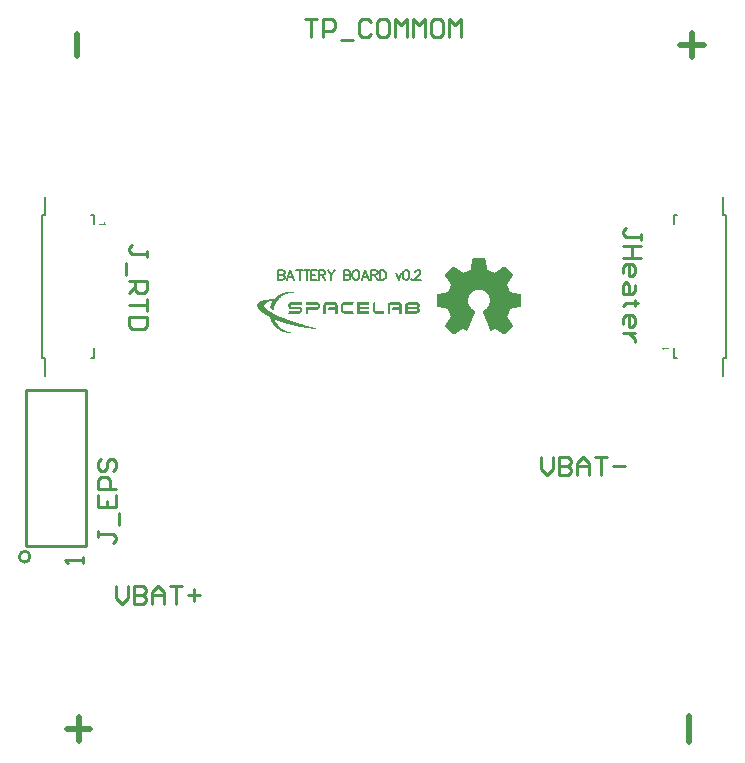
<source format=gto>
G04*
G04 #@! TF.GenerationSoftware,Altium Limited,Altium Designer,18.1.7 (191)*
G04*
G04 Layer_Color=65535*
%FSLAX25Y25*%
%MOIN*%
G70*
G01*
G75*
%ADD10C,0.01000*%
%ADD11C,0.00047*%
%ADD12C,0.00787*%
%ADD13C,0.02000*%
%ADD14C,0.00700*%
G36*
X94248Y173520D02*
X94858D01*
Y173432D01*
X95381D01*
X95381Y173345D01*
X95730Y173345D01*
Y173258D01*
X95381D01*
Y173345D01*
X94684D01*
Y173258D01*
X93987D01*
Y173171D01*
X93551D01*
Y173084D01*
X93202D01*
Y172997D01*
X92941D01*
X92941Y172909D01*
X92767D01*
X92767Y172822D01*
X92505Y172822D01*
Y172735D01*
X92331Y172735D01*
Y172648D01*
X92156Y172648D01*
Y172561D01*
X91982D01*
Y172474D01*
X91808D01*
Y172386D01*
X91633D01*
Y172299D01*
X91546Y172299D01*
Y172212D01*
X91372D01*
Y172125D01*
X91285D01*
Y172038D01*
X91110D01*
Y171951D01*
X91023D01*
Y171863D01*
X90936D01*
X90936Y171776D01*
X90849D01*
Y171689D01*
X90762D01*
Y171602D01*
X90588Y171602D01*
X90588Y171515D01*
X90500D01*
X90500Y171428D01*
X90413D01*
Y171341D01*
X90326Y171341D01*
Y171253D01*
X90239D01*
Y171166D01*
X90152D01*
Y171079D01*
Y170992D01*
X90065Y170992D01*
Y170905D01*
X89977D01*
X89977Y170817D01*
X89890D01*
Y170730D01*
X89803D01*
Y170643D01*
X89716Y170643D01*
Y170556D01*
Y170469D01*
X89629D01*
Y170382D01*
X89542D01*
X89542Y170294D01*
X89542Y170207D01*
X89454D01*
Y170120D01*
X89367D01*
Y170033D01*
Y169946D01*
X89280D01*
Y169859D01*
Y169772D01*
X89193D01*
Y169684D01*
Y169597D01*
X89106Y169597D01*
Y169510D01*
Y169423D01*
X89019Y169423D01*
Y169336D01*
Y169249D01*
X88931D01*
Y169161D01*
Y169074D01*
Y168987D01*
X88844D01*
Y168900D01*
Y168813D01*
X88757D01*
Y168726D01*
Y168638D01*
Y168551D01*
X88670D01*
Y168464D01*
Y168377D01*
Y168290D01*
Y168203D01*
X88670Y168115D01*
X88583Y168115D01*
Y168028D01*
Y167941D01*
Y167854D01*
Y167767D01*
X88496D01*
Y167680D01*
Y167593D01*
X88496Y167505D01*
X88496Y167418D01*
X88408D01*
Y167505D01*
X88234D01*
Y167593D01*
X88147Y167593D01*
Y167680D01*
X87973D01*
Y167767D01*
X87798D01*
X87798Y167854D01*
X87711D01*
Y167941D01*
X87537Y167941D01*
Y168028D01*
X87450Y168028D01*
Y168115D01*
X87275Y168115D01*
X87275Y168203D01*
X87188D01*
Y168290D01*
Y168377D01*
X87275D01*
Y168464D01*
Y168551D01*
Y168638D01*
Y168726D01*
X87362D01*
Y168813D01*
Y168900D01*
Y168987D01*
X87450D01*
Y169074D01*
Y169161D01*
Y169249D01*
X87537D01*
Y169336D01*
Y169423D01*
X87624D01*
X87624Y169510D01*
X87624Y169597D01*
X87711Y169597D01*
Y169684D01*
Y169772D01*
Y169859D01*
X87798D01*
Y169946D01*
X87885D01*
Y170033D01*
Y170120D01*
X87973Y170120D01*
Y170207D01*
Y170294D01*
X88060Y170294D01*
Y170382D01*
Y170469D01*
X88234Y170469D01*
Y170556D01*
Y170643D01*
X87624D01*
Y170556D01*
X87362D01*
Y170469D01*
X87101D01*
Y170382D01*
X86839D01*
X86839Y170294D01*
X86665Y170294D01*
Y170207D01*
X86491D01*
X86491Y170120D01*
X86317D01*
Y170033D01*
X86229D01*
X86229Y169946D01*
X86142D01*
X86142Y169859D01*
X85968D01*
Y169772D01*
X85881D01*
Y169684D01*
X85794D01*
Y169597D01*
X85706D01*
Y169510D01*
Y169423D01*
X85619D01*
X85619Y169336D01*
X85532D01*
Y169249D01*
Y169161D01*
X85445D01*
Y169074D01*
Y168987D01*
Y168900D01*
Y168813D01*
Y168726D01*
Y168638D01*
X85532D01*
Y168551D01*
Y168464D01*
X85619D01*
Y168377D01*
X85706Y168377D01*
Y168290D01*
Y168203D01*
X85794D01*
X85794Y168115D01*
X85881D01*
Y168028D01*
X85968D01*
Y167941D01*
X86055D01*
Y167854D01*
X86142D01*
X86142Y167767D01*
X86229D01*
Y167680D01*
X86317D01*
X86317Y167593D01*
X86491D01*
Y167505D01*
X86578D01*
Y167418D01*
X86665Y167418D01*
Y167331D01*
X86839D01*
Y167244D01*
X86927D01*
Y167157D01*
X87014D01*
X87014Y167069D01*
X87188D01*
Y166982D01*
X87362D01*
Y166895D01*
X87450Y166895D01*
Y166808D01*
X87624D01*
Y166721D01*
X87798D01*
Y166634D01*
X87885D01*
Y166546D01*
X88060D01*
Y166459D01*
X88234D01*
Y166372D01*
X88408D01*
Y166285D01*
X88583D01*
Y166198D01*
X88757D01*
Y166111D01*
X88931Y166111D01*
Y166024D01*
X89106D01*
Y165936D01*
X89280D01*
Y165849D01*
X89454D01*
Y165762D01*
X89629Y165762D01*
Y165675D01*
X89890D01*
Y165588D01*
X90065D01*
X90065Y165501D01*
X90239D01*
Y165413D01*
X90413D01*
Y165326D01*
X90675D01*
Y165239D01*
X90849D01*
Y165152D01*
X91023D01*
X91023Y165065D01*
X91285D01*
Y164978D01*
X91546D01*
Y164890D01*
X91721D01*
Y164803D01*
X91982D01*
Y164716D01*
X92156D01*
Y164629D01*
X92418D01*
Y164542D01*
X92679D01*
Y164455D01*
X92854D01*
X92854Y164367D01*
X93115Y164367D01*
X93115Y164280D01*
X93377D01*
Y164193D01*
X93638D01*
Y164106D01*
X93900D01*
Y164019D01*
X94074D01*
Y163932D01*
X94423D01*
X94423Y163845D01*
X94597D01*
X94597Y163757D01*
X94858D01*
Y163670D01*
X95207Y163670D01*
Y163583D01*
X95381D01*
X95381Y163496D01*
X95730D01*
X95730Y163409D01*
X95992D01*
Y163321D01*
X96253D01*
Y163234D01*
X96515D01*
Y163147D01*
X96776Y163147D01*
Y163060D01*
X97038Y163060D01*
Y162973D01*
X97299D01*
Y162886D01*
X97648D01*
Y162799D01*
X97909D01*
Y162711D01*
X98171D01*
Y162624D01*
X98519Y162624D01*
Y162537D01*
X98781D01*
Y162450D01*
X99042D01*
Y162363D01*
X99391D01*
Y162276D01*
X99652D01*
Y162188D01*
X99914D01*
X99914Y162101D01*
X100263D01*
Y162014D01*
X100524D01*
Y161927D01*
X100873D01*
Y161840D01*
X101134D01*
Y161753D01*
X101483D01*
X101483Y161665D01*
X101744D01*
Y161578D01*
X102093D01*
Y161491D01*
X102442D01*
Y161404D01*
X102703D01*
X102703Y161317D01*
X103052Y161317D01*
Y161230D01*
X103313D01*
Y161142D01*
X103662Y161143D01*
Y161055D01*
X103226D01*
Y161143D01*
X102355Y161142D01*
Y161230D01*
X101570D01*
Y161317D01*
X100786Y161317D01*
Y161404D01*
X100263D01*
Y161491D01*
X99652D01*
Y161578D01*
X99042D01*
Y161665D01*
X98606D01*
Y161753D01*
X97996D01*
Y161840D01*
X97561D01*
Y161927D01*
X97125Y161927D01*
Y162014D01*
X96602D01*
Y162101D01*
X96253D01*
Y162188D01*
X95817D01*
Y162276D01*
X95469D01*
Y162363D01*
X95120D01*
X95120Y162450D01*
X94684Y162450D01*
X94684Y162537D01*
X94423D01*
Y162624D01*
X94074D01*
Y162711D01*
X93725D01*
Y162799D01*
X93377D01*
Y162886D01*
X93028D01*
Y162973D01*
X92767D01*
X92767Y163060D01*
X92505Y163060D01*
Y163147D01*
X92244D01*
X92244Y163234D01*
X91895D01*
Y163321D01*
X91633D01*
Y163409D01*
X91372D01*
Y163496D01*
X91110Y163496D01*
Y163583D01*
X90849D01*
Y163670D01*
X90588Y163670D01*
Y163757D01*
X90326D01*
Y163845D01*
X90152Y163845D01*
Y163932D01*
X89890D01*
Y164019D01*
X89716D01*
Y164106D01*
X89454Y164106D01*
Y164193D01*
X89280D01*
Y164280D01*
X89019D01*
Y164367D01*
X88931Y164367D01*
Y164280D01*
Y164193D01*
Y164106D01*
X89019D01*
X89019Y164019D01*
X89019Y163932D01*
X89106Y163932D01*
Y163845D01*
Y163757D01*
Y163670D01*
X89193Y163670D01*
Y163583D01*
X89280D01*
Y163496D01*
Y163409D01*
X89367D01*
X89367Y163321D01*
Y163234D01*
X89454D01*
Y163147D01*
Y163060D01*
X89542D01*
Y162973D01*
X89629Y162973D01*
Y162886D01*
Y162799D01*
X89716D01*
Y162711D01*
X89803D01*
Y162624D01*
X89890Y162624D01*
Y162537D01*
X89890Y162450D01*
X89977D01*
Y162363D01*
X90065D01*
Y162276D01*
X90152D01*
Y162188D01*
X90239D01*
Y162101D01*
X90326Y162101D01*
Y162014D01*
X90413D01*
Y161927D01*
X90500D01*
Y161840D01*
X90588Y161840D01*
X90588Y161753D01*
X90675D01*
Y161665D01*
X90762D01*
Y161578D01*
X90849D01*
X90849Y161491D01*
X91023D01*
Y161404D01*
X91110D01*
Y161317D01*
X91198Y161317D01*
X91198Y161230D01*
X91372D01*
Y161142D01*
X91459Y161143D01*
Y161055D01*
X91633D01*
Y160968D01*
X91721Y160968D01*
Y160881D01*
X91895D01*
Y160794D01*
X92069D01*
Y160707D01*
X92244D01*
X92244Y160619D01*
X92418D01*
Y160532D01*
X92679Y160532D01*
Y160445D01*
X92854D01*
Y160358D01*
X93115Y160358D01*
X93115Y160271D01*
X93377D01*
Y160184D01*
X93813Y160184D01*
Y160097D01*
X94336D01*
Y160009D01*
X94597D01*
Y159922D01*
X93202D01*
Y160009D01*
X92505D01*
Y160097D01*
X92156D01*
Y160184D01*
X91808Y160184D01*
Y160271D01*
X91633D01*
Y160358D01*
X91372D01*
X91372Y160445D01*
X91110D01*
Y160532D01*
X90936Y160532D01*
X90936Y160619D01*
X90762D01*
Y160707D01*
X90588D01*
Y160794D01*
X90413Y160794D01*
Y160881D01*
X90326Y160881D01*
Y160968D01*
X90152D01*
Y161055D01*
X90065D01*
X90065Y161142D01*
X89890D01*
Y161230D01*
X89803D01*
Y161317D01*
X89629D01*
Y161404D01*
X89542D01*
Y161491D01*
X89454D01*
Y161578D01*
X89367D01*
X89367Y161665D01*
X89280Y161665D01*
Y161753D01*
X89193D01*
Y161840D01*
X89019D01*
Y161927D01*
X88931D01*
Y162014D01*
Y162101D01*
X88844D01*
Y162188D01*
X88757D01*
Y162276D01*
X88670Y162276D01*
Y162363D01*
X88583Y162363D01*
Y162450D01*
X88496D01*
Y162537D01*
X88408Y162537D01*
Y162624D01*
Y162711D01*
X88321D01*
Y162799D01*
X88234D01*
Y162886D01*
X88147Y162886D01*
Y162973D01*
Y163060D01*
X88060Y163060D01*
X88060Y163147D01*
Y163234D01*
X87973D01*
Y163321D01*
X87885D01*
X87885Y163409D01*
Y163496D01*
X87798D01*
X87798Y163583D01*
Y163670D01*
X87711D01*
Y163757D01*
Y163845D01*
X87624Y163845D01*
Y163932D01*
X87624Y164019D01*
X87537D01*
X87537Y164106D01*
Y164193D01*
Y164280D01*
X87450D01*
Y164367D01*
Y164455D01*
Y164542D01*
X87362D01*
Y164629D01*
Y164716D01*
X87275Y164716D01*
Y164803D01*
X87275Y164890D01*
X87275Y164978D01*
Y165065D01*
X87188D01*
Y165152D01*
Y165239D01*
X87014Y165239D01*
Y165326D01*
X86839D01*
X86839Y165413D01*
X86665D01*
Y165501D01*
X86491D01*
X86491Y165588D01*
X86404D01*
Y165675D01*
X86229D01*
X86229Y165762D01*
X86055D01*
Y165849D01*
X85881D01*
X85881Y165936D01*
X85794D01*
Y166024D01*
X85619D01*
Y166111D01*
X85532D01*
Y166198D01*
X85358D01*
Y166285D01*
X85183D01*
Y166372D01*
X85096Y166372D01*
Y166459D01*
X84922Y166459D01*
Y166546D01*
X84835D01*
Y166634D01*
X84748D01*
Y166721D01*
X84573D01*
Y166808D01*
X84486D01*
Y166895D01*
X84399D01*
Y166982D01*
X84312D01*
Y167069D01*
X84137D01*
Y167157D01*
X84050D01*
Y167244D01*
X83963D01*
X83963Y167331D01*
X83876D01*
Y167418D01*
X83789D01*
Y167505D01*
X83702D01*
Y167593D01*
X83614D01*
Y167680D01*
X83527Y167680D01*
Y167767D01*
Y167854D01*
X83440D01*
Y167941D01*
X83353Y167941D01*
Y168028D01*
X83266D01*
Y168115D01*
Y168203D01*
X83179D01*
X83179Y168290D01*
Y168377D01*
X83091Y168377D01*
Y168464D01*
X83091Y168551D01*
X83004D01*
Y168638D01*
Y168726D01*
X83004Y168813D01*
X83004Y168900D01*
X82917D01*
Y168987D01*
Y169074D01*
Y169161D01*
X83004D01*
Y169249D01*
Y169336D01*
Y169423D01*
X83091D01*
X83091Y169510D01*
Y169597D01*
X83179D01*
X83179Y169684D01*
X83179Y169772D01*
X83266Y169772D01*
Y169859D01*
X83353D01*
Y169946D01*
X83440D01*
X83440Y170033D01*
X83614D01*
Y170120D01*
X83702D01*
Y170207D01*
X83876D01*
Y170294D01*
X84050Y170294D01*
Y170382D01*
X84225D01*
Y170469D01*
X84399Y170469D01*
Y170556D01*
X84660D01*
Y170643D01*
X85009D01*
Y170730D01*
X85271D01*
Y170817D01*
X85706D01*
X85706Y170905D01*
X86142D01*
Y170992D01*
X86839D01*
Y171079D01*
X87973D01*
Y171166D01*
X88670D01*
Y171253D01*
X88757D01*
Y171341D01*
X88844D01*
Y171428D01*
X88931D01*
Y171515D01*
X89019D01*
X89019Y171602D01*
X89106Y171602D01*
Y171689D01*
X89193D01*
Y171776D01*
X89280D01*
Y171863D01*
X89367D01*
X89367Y171951D01*
X89454D01*
Y172038D01*
X89629Y172038D01*
Y172125D01*
X89716D01*
Y172212D01*
X89803D01*
Y172299D01*
X89977Y172299D01*
X89977Y172386D01*
X90065D01*
Y172474D01*
X90239D01*
X90239Y172561D01*
X90326D01*
Y172648D01*
X90500Y172648D01*
Y172735D01*
X90675D01*
Y172822D01*
X90849Y172822D01*
Y172909D01*
X91023D01*
Y172997D01*
X91198D01*
X91198Y173084D01*
X91459D01*
Y173171D01*
X91721Y173171D01*
Y173258D01*
X91982D01*
Y173345D01*
X92331D01*
Y173432D01*
X92854D01*
Y173520D01*
X93464D01*
Y173607D01*
X94248D01*
X94248Y173520D01*
D02*
G37*
G36*
X97996Y170033D02*
X97909D01*
Y169946D01*
X97909Y169859D01*
X97909Y169772D01*
Y169684D01*
X97822D01*
Y169597D01*
Y169510D01*
Y169423D01*
Y169336D01*
X94336D01*
Y169249D01*
X94248D01*
Y169161D01*
X94161D01*
Y169074D01*
Y168987D01*
Y168900D01*
Y168813D01*
Y168726D01*
X94248D01*
Y168638D01*
X97125D01*
X97125Y168551D01*
X97386D01*
Y168464D01*
X97561D01*
Y168377D01*
X97648D01*
Y168290D01*
X97735D01*
Y168203D01*
X97735Y168115D01*
X97822D01*
Y168028D01*
X97909D01*
Y167941D01*
Y167854D01*
Y167767D01*
Y167680D01*
Y167593D01*
X97996D01*
Y167505D01*
Y167418D01*
Y167331D01*
X97909D01*
X97909Y167244D01*
Y167157D01*
Y167069D01*
Y166982D01*
X97909Y166895D01*
X97822D01*
Y166808D01*
X97735D01*
X97735Y166721D01*
X97735Y166634D01*
X97648D01*
Y166546D01*
X97561D01*
Y166459D01*
X97386D01*
Y166372D01*
X97125Y166372D01*
X97125Y166285D01*
X93377D01*
X93377Y166372D01*
X93377Y166459D01*
Y166546D01*
Y166634D01*
X93464D01*
Y166721D01*
Y166808D01*
Y166895D01*
X93464Y166982D01*
X93551D01*
Y167069D01*
X96950Y167069D01*
Y167157D01*
X97125D01*
Y167244D01*
Y167331D01*
Y167418D01*
X97125Y167505D01*
X97125Y167593D01*
Y167680D01*
Y167767D01*
X94248D01*
Y167854D01*
X93987D01*
Y167941D01*
X93813D01*
Y168028D01*
X93725D01*
Y168115D01*
X93638D01*
Y168203D01*
X93551D01*
Y168290D01*
Y168377D01*
X93464D01*
Y168464D01*
Y168551D01*
X93377D01*
Y168638D01*
Y168726D01*
Y168813D01*
Y168900D01*
Y168987D01*
Y169074D01*
Y169161D01*
X93377Y169249D01*
X93377Y169336D01*
Y169423D01*
X93464D01*
Y169510D01*
Y169597D01*
X93551D01*
Y169684D01*
Y169772D01*
X93638D01*
Y169859D01*
X93725D01*
Y169946D01*
X93900Y169946D01*
Y170033D01*
X94074D01*
Y170120D01*
X97996D01*
Y170033D01*
D02*
G37*
G36*
X109153D02*
X109327Y170033D01*
Y169946D01*
X109415D01*
X109415Y169859D01*
X109502Y169859D01*
Y169772D01*
X109589Y169772D01*
Y169684D01*
X109676D01*
Y169597D01*
Y169510D01*
X109763D01*
Y169423D01*
Y169336D01*
Y169249D01*
Y169161D01*
X109851D01*
Y169074D01*
Y168987D01*
Y168900D01*
X109851Y168813D01*
X109851Y168726D01*
Y168638D01*
Y168551D01*
Y168464D01*
Y168377D01*
Y168290D01*
Y168203D01*
Y168115D01*
Y168028D01*
Y167941D01*
Y167854D01*
X109851Y167767D01*
X109851Y167680D01*
Y167593D01*
Y167505D01*
Y167418D01*
Y167331D01*
Y167244D01*
Y167157D01*
X109851Y167069D01*
X109851Y166982D01*
Y166895D01*
Y166808D01*
Y166721D01*
Y166634D01*
Y166546D01*
Y166459D01*
Y166372D01*
Y166285D01*
X108979Y166285D01*
X108979Y166372D01*
Y166459D01*
Y166546D01*
Y166634D01*
Y166721D01*
Y166808D01*
Y166895D01*
Y166982D01*
Y167069D01*
Y167157D01*
Y167244D01*
Y167331D01*
Y167418D01*
Y167505D01*
X106451D01*
Y167593D01*
Y167680D01*
X106538D01*
X106538Y167767D01*
X106538Y167854D01*
Y167941D01*
Y168028D01*
X106625D01*
Y168115D01*
Y168203D01*
X106713D01*
X106713Y168290D01*
X106887D01*
Y168377D01*
X108979D01*
Y168464D01*
Y168551D01*
Y168638D01*
Y168726D01*
Y168813D01*
Y168900D01*
Y168987D01*
Y169074D01*
Y169161D01*
Y169249D01*
X108892D01*
Y169336D01*
X106015D01*
Y169249D01*
X105928D01*
Y169161D01*
Y169074D01*
Y168987D01*
X105841D01*
Y168900D01*
Y168813D01*
Y168726D01*
Y168638D01*
Y168551D01*
Y168464D01*
Y168377D01*
Y168290D01*
Y168203D01*
Y168115D01*
Y168028D01*
Y167941D01*
Y167854D01*
Y167767D01*
Y167680D01*
Y167593D01*
Y167505D01*
Y167418D01*
Y167331D01*
Y167244D01*
Y167157D01*
Y167069D01*
Y166982D01*
Y166895D01*
Y166808D01*
Y166721D01*
Y166634D01*
Y166546D01*
Y166459D01*
Y166372D01*
X105928Y166372D01*
Y166285D01*
X105057D01*
X105057Y166372D01*
Y166459D01*
Y166546D01*
Y166634D01*
Y166721D01*
X105057Y166808D01*
X105057Y166895D01*
X105057Y166982D01*
X105057Y167069D01*
Y167157D01*
Y167244D01*
X105057Y167331D01*
X105057Y167418D01*
X105057Y167505D01*
X105057Y167593D01*
Y167680D01*
Y167767D01*
Y167854D01*
Y167941D01*
Y168028D01*
Y168115D01*
Y168203D01*
Y168290D01*
Y168377D01*
Y168464D01*
X105057Y168551D01*
X105057Y168638D01*
Y168726D01*
X105057Y168813D01*
X105057Y168900D01*
Y168987D01*
Y169074D01*
X105057Y169161D01*
X105057Y169249D01*
X105144D01*
Y169336D01*
Y169423D01*
Y169510D01*
X105231Y169510D01*
Y169597D01*
Y169684D01*
X105318D01*
Y169772D01*
X105405D01*
Y169859D01*
X105492Y169859D01*
Y169946D01*
X105579Y169946D01*
Y170033D01*
X105754D01*
X105754Y170120D01*
X109153D01*
Y170033D01*
D02*
G37*
G36*
X103226D02*
X103400D01*
Y169946D01*
X103488D01*
Y169859D01*
X103575D01*
Y169772D01*
X103662Y169772D01*
Y169684D01*
X103749D01*
Y169597D01*
X103836D01*
Y169510D01*
Y169423D01*
Y169336D01*
X103923D01*
Y169249D01*
Y169161D01*
Y169074D01*
Y168987D01*
X104011D01*
Y168900D01*
X103923D01*
Y168813D01*
X104011D01*
Y168726D01*
X103923D01*
Y168638D01*
Y168551D01*
Y168464D01*
Y168377D01*
X103836D01*
Y168290D01*
Y168203D01*
Y168115D01*
X103749D01*
Y168028D01*
X103662D01*
Y167941D01*
Y167854D01*
X103575D01*
Y167767D01*
X103400Y167767D01*
Y167680D01*
X103226Y167680D01*
X103226Y167593D01*
X99914D01*
Y167505D01*
Y167418D01*
Y167331D01*
X99914Y167244D01*
X99914Y167157D01*
Y167069D01*
Y166982D01*
Y166895D01*
Y166808D01*
Y166721D01*
Y166634D01*
X99914Y166546D01*
X99914Y166459D01*
Y166372D01*
Y166285D01*
X99129D01*
Y166372D01*
Y166459D01*
Y166546D01*
Y166634D01*
Y166721D01*
Y166808D01*
Y166895D01*
Y166982D01*
Y167069D01*
Y167157D01*
X99129Y167244D01*
X99129Y167331D01*
Y167418D01*
Y167505D01*
Y167593D01*
Y167680D01*
Y167767D01*
Y167854D01*
Y167941D01*
Y168028D01*
Y168115D01*
Y168203D01*
X99217D01*
Y168290D01*
X99391Y168290D01*
Y168377D01*
X102965Y168377D01*
Y168464D01*
X103052D01*
X103052Y168551D01*
X103139D01*
Y168638D01*
Y168726D01*
Y168813D01*
Y168900D01*
Y168987D01*
Y169074D01*
Y169161D01*
X103052D01*
Y169249D01*
X102965Y169249D01*
Y169336D01*
X99129D01*
Y169423D01*
Y169510D01*
Y169597D01*
Y169684D01*
Y169772D01*
Y169859D01*
Y169946D01*
Y170033D01*
Y170120D01*
X103226D01*
X103226Y170033D01*
D02*
G37*
G36*
X115167D02*
Y169946D01*
Y169859D01*
X115080D01*
Y169772D01*
Y169684D01*
Y169597D01*
Y169510D01*
Y169423D01*
Y169336D01*
X112030D01*
X112030Y169249D01*
X111855D01*
Y169161D01*
X111768D01*
X111768Y169074D01*
Y168987D01*
Y168900D01*
X111768Y168813D01*
Y168726D01*
Y168638D01*
Y168551D01*
Y168464D01*
Y168377D01*
Y168290D01*
X111768Y168203D01*
X111768Y168115D01*
Y168028D01*
Y167941D01*
Y167854D01*
Y167767D01*
X111768Y167680D01*
X111768Y167593D01*
Y167505D01*
Y167418D01*
Y167331D01*
X111768Y167244D01*
X111855D01*
Y167157D01*
X112030D01*
Y167069D01*
X115080Y167069D01*
Y166982D01*
Y166895D01*
Y166808D01*
Y166721D01*
Y166634D01*
Y166546D01*
X115167D01*
Y166459D01*
Y166372D01*
X115167Y166285D01*
X111855D01*
X111855Y166372D01*
X111594D01*
Y166459D01*
X111419D01*
Y166546D01*
X111332Y166546D01*
Y166634D01*
X111245D01*
Y166721D01*
X111158D01*
Y166808D01*
Y166895D01*
X111071Y166895D01*
Y166982D01*
Y167069D01*
X110984D01*
Y167157D01*
Y167244D01*
Y167331D01*
Y167418D01*
Y167505D01*
Y167593D01*
Y167680D01*
Y167767D01*
Y167854D01*
X110984Y167941D01*
Y168028D01*
X110984Y168115D01*
Y168203D01*
Y168290D01*
Y168377D01*
Y168464D01*
Y168551D01*
Y168638D01*
Y168726D01*
Y168813D01*
Y168900D01*
Y168987D01*
Y169074D01*
Y169161D01*
Y169249D01*
Y169336D01*
Y169423D01*
X111071Y169423D01*
Y169510D01*
Y169597D01*
X111158D01*
Y169684D01*
X111245D01*
Y169772D01*
X111332D01*
Y169859D01*
X111419D01*
Y169946D01*
X111594D01*
Y170033D01*
X111768D01*
Y170120D01*
X115167D01*
Y170033D01*
D02*
G37*
G36*
X120397D02*
Y169946D01*
Y169859D01*
X120310D01*
Y169772D01*
Y169684D01*
Y169597D01*
Y169510D01*
Y169423D01*
Y169336D01*
X117172D01*
Y169249D01*
Y169161D01*
Y169074D01*
X117172Y168987D01*
Y168900D01*
X117172Y168813D01*
Y168726D01*
Y168638D01*
X120223D01*
X120223Y168551D01*
X120223Y168464D01*
X120223Y168377D01*
Y168290D01*
X120223Y168203D01*
Y168115D01*
Y168028D01*
Y167941D01*
Y167854D01*
Y167767D01*
X117172D01*
Y167680D01*
Y167593D01*
Y167505D01*
Y167418D01*
Y167331D01*
Y167244D01*
X117172Y167157D01*
X117172Y167069D01*
X120310D01*
Y166982D01*
Y166895D01*
Y166808D01*
Y166721D01*
Y166634D01*
Y166546D01*
X120397Y166546D01*
Y166459D01*
Y166372D01*
Y166285D01*
X116300D01*
Y166372D01*
Y166459D01*
Y166546D01*
Y166634D01*
Y166721D01*
Y166808D01*
X116300Y166895D01*
X116300Y166982D01*
Y167069D01*
Y167157D01*
Y167244D01*
X116300Y167331D01*
X116300Y167418D01*
Y167505D01*
Y167593D01*
Y167680D01*
Y167767D01*
Y167854D01*
Y167941D01*
Y168028D01*
Y168115D01*
Y168203D01*
Y168290D01*
Y168377D01*
Y168464D01*
Y168551D01*
Y168638D01*
Y168726D01*
Y168813D01*
Y168900D01*
Y168987D01*
Y169074D01*
X116300Y169161D01*
X116300Y169249D01*
Y169336D01*
X116300Y169423D01*
X116300Y169510D01*
Y169597D01*
Y169684D01*
Y169772D01*
X116300Y169859D01*
X116300Y169946D01*
Y170033D01*
Y170120D01*
X120397Y170120D01*
Y170033D01*
D02*
G37*
G36*
X122402Y170033D02*
Y169946D01*
Y169859D01*
Y169772D01*
Y169684D01*
Y169597D01*
Y169510D01*
Y169423D01*
Y169336D01*
Y169249D01*
Y169161D01*
Y169074D01*
Y168987D01*
Y168900D01*
X122402Y168813D01*
X122402Y168726D01*
Y168638D01*
X122402Y168551D01*
X122402Y168464D01*
Y168377D01*
Y168290D01*
Y168203D01*
Y168115D01*
Y168028D01*
Y167941D01*
Y167854D01*
Y167767D01*
Y167680D01*
Y167593D01*
X122402Y167505D01*
X122402Y167418D01*
Y167331D01*
Y167244D01*
X122489D01*
Y167157D01*
X122663D01*
Y167069D01*
X125278D01*
Y166982D01*
X125278Y166895D01*
X125278Y166808D01*
Y166721D01*
Y166634D01*
X125365D01*
Y166546D01*
Y166459D01*
Y166372D01*
Y166285D01*
X122315D01*
X122315Y166372D01*
X122053D01*
Y166459D01*
X121966D01*
X121966Y166546D01*
X121879Y166546D01*
Y166634D01*
X121792D01*
Y166721D01*
X121705D01*
Y166808D01*
X121705Y166895D01*
X121617D01*
Y166982D01*
X121617Y167069D01*
X121617Y167157D01*
X121530D01*
X121530Y167244D01*
X121530Y167331D01*
Y167418D01*
Y167505D01*
Y167593D01*
X121530Y167680D01*
X121530Y167767D01*
Y167854D01*
Y167941D01*
Y168028D01*
Y168115D01*
Y168203D01*
Y168290D01*
Y168377D01*
Y168464D01*
Y168551D01*
Y168638D01*
Y168726D01*
Y168813D01*
Y168900D01*
Y168987D01*
X121530Y169074D01*
X121530Y169161D01*
Y169249D01*
Y169336D01*
Y169423D01*
X121617D01*
Y169510D01*
X121617Y169597D01*
X121617Y169684D01*
X121705D01*
Y169772D01*
Y169859D01*
X121792D01*
Y169946D01*
X121966D01*
X121966Y170033D01*
X122053D01*
Y170120D01*
X122402Y170120D01*
Y170033D01*
D02*
G37*
G36*
X130595Y170033D02*
X130770D01*
Y169946D01*
X130857D01*
Y169859D01*
X130944D01*
Y169772D01*
X131031D01*
Y169684D01*
X131118D01*
Y169597D01*
Y169510D01*
X131205D01*
X131205Y169423D01*
Y169336D01*
X131205Y169249D01*
X131292D01*
X131292Y169161D01*
X131292Y169074D01*
Y168987D01*
Y168900D01*
Y168813D01*
Y168726D01*
Y168638D01*
Y168551D01*
Y168464D01*
X131292Y168377D01*
Y168290D01*
X131292Y168203D01*
Y168115D01*
Y168028D01*
Y167941D01*
Y167854D01*
Y167767D01*
Y167680D01*
X131292Y167593D01*
X131292Y167505D01*
Y167418D01*
Y167331D01*
Y167244D01*
Y167157D01*
Y167069D01*
Y166982D01*
Y166895D01*
Y166808D01*
Y166721D01*
Y166634D01*
Y166546D01*
X131292Y166459D01*
X131292Y166372D01*
Y166285D01*
X130421D01*
Y166372D01*
Y166459D01*
Y166546D01*
Y166634D01*
Y166721D01*
Y166808D01*
Y166895D01*
Y166982D01*
Y167069D01*
Y167157D01*
Y167244D01*
Y167331D01*
Y167418D01*
Y167505D01*
X127893D01*
Y167593D01*
Y167680D01*
Y167767D01*
X127980D01*
X127980Y167854D01*
X127980Y167941D01*
Y168028D01*
X128068D01*
Y168115D01*
Y168203D01*
X128155D01*
Y168290D01*
X128329D01*
Y168377D01*
X130421D01*
Y168464D01*
Y168551D01*
Y168638D01*
Y168726D01*
Y168813D01*
Y168900D01*
Y168987D01*
Y169074D01*
Y169161D01*
Y169249D01*
X130334D01*
Y169336D01*
X127457D01*
Y169249D01*
X127370D01*
Y169161D01*
Y169074D01*
Y168987D01*
Y168900D01*
X127370Y168813D01*
X127370Y168726D01*
Y168638D01*
Y168551D01*
Y168464D01*
Y168377D01*
Y168290D01*
Y168203D01*
Y168115D01*
Y168028D01*
Y167941D01*
Y167854D01*
Y167767D01*
Y167680D01*
Y167593D01*
Y167505D01*
Y167418D01*
Y167331D01*
Y167244D01*
Y167157D01*
Y167069D01*
X127370Y166982D01*
X127370Y166895D01*
Y166808D01*
Y166721D01*
Y166634D01*
Y166546D01*
Y166459D01*
Y166372D01*
X127370Y166285D01*
X126498D01*
Y166372D01*
Y166459D01*
Y166546D01*
X126498Y166634D01*
X126498Y166721D01*
Y166808D01*
Y166895D01*
Y166982D01*
Y167069D01*
Y167157D01*
Y167244D01*
Y167331D01*
Y167418D01*
Y167505D01*
Y167593D01*
Y167680D01*
Y167767D01*
X126498Y167854D01*
X126498Y167941D01*
Y168028D01*
Y168115D01*
Y168203D01*
Y168290D01*
Y168377D01*
X126498Y168464D01*
X126498Y168551D01*
Y168638D01*
Y168726D01*
Y168813D01*
Y168900D01*
Y168987D01*
Y169074D01*
Y169161D01*
Y169249D01*
X126586Y169249D01*
Y169336D01*
Y169423D01*
Y169510D01*
X126673D01*
Y169597D01*
Y169684D01*
X126760D01*
Y169772D01*
X126847D01*
X126847Y169859D01*
X126934D01*
X126934Y169946D01*
X127022D01*
Y170033D01*
X127196D01*
Y170120D01*
X130595D01*
Y170033D01*
D02*
G37*
G36*
X136522D02*
X136697D01*
Y169946D01*
X136871Y169946D01*
Y169859D01*
X136958D01*
Y169772D01*
Y169684D01*
X137045D01*
Y169597D01*
X137132Y169597D01*
Y169510D01*
Y169423D01*
Y169336D01*
Y169249D01*
Y169161D01*
Y169074D01*
Y168987D01*
Y168900D01*
X137132Y168813D01*
X137132Y168726D01*
Y168638D01*
X137045D01*
Y168551D01*
Y168464D01*
X136958D01*
X136958Y168377D01*
X136784D01*
Y168290D01*
X136784Y168203D01*
Y168115D01*
X136958Y168115D01*
Y168028D01*
X137045D01*
Y167941D01*
X137132D01*
Y167854D01*
Y167767D01*
X137220D01*
Y167680D01*
Y167593D01*
Y167505D01*
X137307D01*
Y167418D01*
Y167331D01*
Y167244D01*
Y167157D01*
X137220D01*
Y167069D01*
Y166982D01*
Y166895D01*
X137132D01*
X137132Y166808D01*
X137132Y166721D01*
X137045D01*
Y166634D01*
X136958D01*
X136958Y166546D01*
X136871D01*
Y166459D01*
X136697D01*
Y166372D01*
X136435D01*
Y166285D01*
X132426Y166285D01*
Y166372D01*
Y166459D01*
Y166546D01*
Y166634D01*
Y166721D01*
Y166808D01*
Y166895D01*
Y166982D01*
Y167069D01*
Y167157D01*
Y167244D01*
Y167331D01*
Y167418D01*
Y167505D01*
Y167593D01*
Y167680D01*
Y167767D01*
Y167854D01*
Y167941D01*
Y168028D01*
Y168115D01*
Y168203D01*
Y168290D01*
Y168377D01*
Y168464D01*
Y168551D01*
Y168638D01*
Y168726D01*
Y168813D01*
Y168900D01*
Y168987D01*
Y169074D01*
Y169161D01*
Y169249D01*
Y169336D01*
Y169423D01*
Y169510D01*
X132513D01*
X132513Y169597D01*
X132513Y169684D01*
X132600D01*
Y169772D01*
X132687D01*
Y169859D01*
X132774D01*
Y169946D01*
X132861Y169946D01*
Y170033D01*
X133123D01*
Y170120D01*
X136522D01*
Y170033D01*
D02*
G37*
G36*
X220272Y154660D02*
X218303D01*
X218307Y154657D01*
X218321Y154639D01*
X218343Y154617D01*
X218369Y154580D01*
X218402Y154540D01*
X218438Y154490D01*
X218478Y154431D01*
X218518Y154366D01*
Y154362D01*
X218522Y154358D01*
X218536Y154337D01*
X218554Y154300D01*
X218576Y154256D01*
X218602Y154206D01*
X218627Y154151D01*
X218653Y154096D01*
X218674Y154042D01*
X218376D01*
Y154045D01*
X218369Y154053D01*
X218365Y154067D01*
X218354Y154085D01*
X218343Y154107D01*
X218329Y154133D01*
X218292Y154195D01*
X218252Y154267D01*
X218201Y154340D01*
X218143Y154417D01*
X218081Y154493D01*
X218077Y154497D01*
X218074Y154500D01*
X218063Y154511D01*
X218052Y154526D01*
X218016Y154559D01*
X217972Y154602D01*
X217921Y154646D01*
X217863Y154693D01*
X217805Y154733D01*
X217743Y154770D01*
Y154970D01*
X220272D01*
Y154660D01*
D02*
G37*
G36*
X32124Y196755D02*
X32131Y196747D01*
X32135Y196733D01*
X32146Y196715D01*
X32157Y196693D01*
X32171Y196667D01*
X32208Y196605D01*
X32248Y196533D01*
X32299Y196460D01*
X32357Y196383D01*
X32419Y196307D01*
X32423Y196303D01*
X32426Y196300D01*
X32437Y196289D01*
X32448Y196274D01*
X32484Y196241D01*
X32528Y196198D01*
X32579Y196154D01*
X32637Y196107D01*
X32695Y196067D01*
X32757Y196030D01*
Y195830D01*
X30228D01*
Y196140D01*
X32197D01*
X32193Y196143D01*
X32179Y196161D01*
X32157Y196183D01*
X32131Y196220D01*
X32098Y196260D01*
X32062Y196310D01*
X32022Y196369D01*
X31982Y196434D01*
Y196438D01*
X31978Y196442D01*
X31964Y196463D01*
X31946Y196500D01*
X31924Y196544D01*
X31898Y196595D01*
X31873Y196649D01*
X31847Y196704D01*
X31826Y196758D01*
X32124D01*
Y196755D01*
D02*
G37*
%LPC*%
G36*
X136261Y169336D02*
X133210D01*
Y169249D01*
Y169161D01*
Y169074D01*
Y168987D01*
Y168900D01*
Y168813D01*
Y168726D01*
Y168638D01*
X136261D01*
Y168726D01*
X136348D01*
Y168813D01*
Y168900D01*
Y168987D01*
Y169074D01*
Y169161D01*
Y169249D01*
X136261D01*
Y169336D01*
D02*
G37*
G36*
X136348Y167767D02*
X133210D01*
Y167680D01*
Y167593D01*
Y167505D01*
Y167418D01*
Y167331D01*
Y167244D01*
Y167157D01*
Y167069D01*
X136261D01*
Y167157D01*
X136348D01*
Y167244D01*
X136435D01*
Y167331D01*
Y167418D01*
Y167505D01*
Y167593D01*
Y167680D01*
X136348D01*
Y167767D01*
D02*
G37*
%LPD*%
D10*
X7303Y85300D02*
G03*
X7303Y85300I-1803J0D01*
G01*
X6100Y88800D02*
X25800D01*
X26100Y89100D01*
Y140800D01*
X6100Y88800D02*
Y140800D01*
X26100D01*
X211098Y191001D02*
Y193001D01*
Y192001D01*
X206100D01*
X205100Y193001D01*
Y194000D01*
X206100Y195000D01*
X211098Y189002D02*
X205100D01*
X208099D01*
Y185003D01*
X211098D01*
X205100D01*
Y180005D02*
Y182004D01*
X206100Y183004D01*
X208099D01*
X209099Y182004D01*
Y180005D01*
X208099Y179005D01*
X207099D01*
Y183004D01*
X209099Y176006D02*
Y174007D01*
X208099Y173007D01*
X205100D01*
Y176006D01*
X206100Y177006D01*
X207099Y176006D01*
Y173007D01*
X210098Y170008D02*
X209099D01*
Y171008D01*
Y169008D01*
Y170008D01*
X206100D01*
X205100Y169008D01*
Y163010D02*
Y165010D01*
X206100Y166009D01*
X208099D01*
X209099Y165010D01*
Y163010D01*
X208099Y162011D01*
X207099D01*
Y166009D01*
X209099Y160011D02*
X205100D01*
X207099D01*
X208099Y159012D01*
X209099Y158012D01*
Y157012D01*
X98900Y264498D02*
X102899D01*
X100899D01*
Y258500D01*
X104898D02*
Y264498D01*
X107897D01*
X108897Y263498D01*
Y261499D01*
X107897Y260499D01*
X104898D01*
X110896Y257500D02*
X114895D01*
X120893Y263498D02*
X119893Y264498D01*
X117894D01*
X116894Y263498D01*
Y259500D01*
X117894Y258500D01*
X119893D01*
X120893Y259500D01*
X125891Y264498D02*
X123892D01*
X122892Y263498D01*
Y259500D01*
X123892Y258500D01*
X125891D01*
X126891Y259500D01*
Y263498D01*
X125891Y264498D01*
X128890Y258500D02*
Y264498D01*
X130890Y262499D01*
X132889Y264498D01*
Y258500D01*
X134888D02*
Y264498D01*
X136888Y262499D01*
X138887Y264498D01*
Y258500D01*
X143885Y264498D02*
X141886D01*
X140886Y263498D01*
Y259500D01*
X141886Y258500D01*
X143885D01*
X144885Y259500D01*
Y263498D01*
X143885Y264498D01*
X146885Y258500D02*
Y264498D01*
X148884Y262499D01*
X150883Y264498D01*
Y258500D01*
X177600Y118598D02*
Y114599D01*
X179599Y112600D01*
X181599Y114599D01*
Y118598D01*
X183598D02*
Y112600D01*
X186597D01*
X187597Y113600D01*
Y114599D01*
X186597Y115599D01*
X183598D01*
X186597D01*
X187597Y116599D01*
Y117598D01*
X186597Y118598D01*
X183598D01*
X189596Y112600D02*
Y116599D01*
X191595Y118598D01*
X193595Y116599D01*
Y112600D01*
Y115599D01*
X189596D01*
X195594Y118598D02*
X199593D01*
X197593D01*
Y112600D01*
X201592Y115599D02*
X205591D01*
X35800Y75598D02*
Y71599D01*
X37799Y69600D01*
X39799Y71599D01*
Y75598D01*
X41798D02*
Y69600D01*
X44797D01*
X45797Y70600D01*
Y71599D01*
X44797Y72599D01*
X41798D01*
X44797D01*
X45797Y73599D01*
Y74598D01*
X44797Y75598D01*
X41798D01*
X47796Y69600D02*
Y73599D01*
X49795Y75598D01*
X51795Y73599D01*
Y69600D01*
Y72599D01*
X47796D01*
X53794Y75598D02*
X57793D01*
X55793D01*
Y69600D01*
X59792Y72599D02*
X63791D01*
X61792Y74598D02*
Y70600D01*
X46298Y185101D02*
Y187101D01*
Y186101D01*
X41300D01*
X40300Y187101D01*
Y188100D01*
X41300Y189100D01*
X39300Y183102D02*
Y179103D01*
X40300Y177104D02*
X46298D01*
Y174105D01*
X45298Y173105D01*
X43299D01*
X42299Y174105D01*
Y177104D01*
Y175104D02*
X40300Y173105D01*
X46298Y171106D02*
Y167107D01*
Y169106D01*
X40300D01*
X46298Y165108D02*
X40300D01*
Y162109D01*
X41300Y161109D01*
X45298D01*
X46298Y162109D01*
Y165108D01*
X30102Y93799D02*
Y91799D01*
Y92799D01*
X35100D01*
X36100Y91799D01*
Y90800D01*
X35100Y89800D01*
X37100Y95798D02*
Y99797D01*
X30102Y105795D02*
Y101796D01*
X36100D01*
Y105795D01*
X33101Y101796D02*
Y103796D01*
X36100Y107794D02*
X30102D01*
Y110793D01*
X31102Y111793D01*
X33101D01*
X34101Y110793D01*
Y107794D01*
X31102Y117791D02*
X30102Y116791D01*
Y114792D01*
X31102Y113792D01*
X32101D01*
X33101Y114792D01*
Y116791D01*
X34101Y117791D01*
X35100D01*
X36100Y116791D01*
Y114792D01*
X35100Y113792D01*
X25000Y83300D02*
Y85299D01*
Y84300D01*
X19002D01*
X20002Y83300D01*
D11*
X154910Y184727D02*
X158616D01*
X154864Y184680D02*
X158710D01*
X154817Y184633D02*
X158710D01*
X154817Y184586D02*
X158710Y184586D01*
X154817Y184539D02*
X158756D01*
X154770Y184492D02*
X158756Y184492D01*
X154770Y184445D02*
X158756D01*
X154770Y184398D02*
X158756D01*
X154770Y184352D02*
X158756D01*
X154770Y184305D02*
X158803D01*
X154723Y184258D02*
X158803D01*
X154723Y184211D02*
X158803D01*
X154723Y184164D02*
X158803D01*
X154723Y184117D02*
X158803Y184117D01*
X154723Y184070D02*
X158803D01*
X154723Y184023D02*
X158850D01*
X154676Y183976D02*
X158850D01*
X154676Y183929D02*
X158850Y183930D01*
X154676Y183882D02*
X158850D01*
X154676Y183836D02*
X158850D01*
X154676Y183789D02*
X158897Y183789D01*
X154629Y183742D02*
X158897D01*
X154629Y183695D02*
X158897D01*
X154629Y183648D02*
X158897D01*
X154629Y183601D02*
X158897D01*
X154629Y183554D02*
X158944D01*
X154629Y183507D02*
X158944D01*
X154582Y183460D02*
X158944D01*
X154582Y183414D02*
X158944D01*
X154582Y183367D02*
X158944D01*
X154582Y183320D02*
X158944Y183320D01*
X154582Y183273D02*
X158991D01*
X154535Y183226D02*
X158991D01*
X154535Y183179D02*
X158991D01*
X154535Y183132D02*
X158991Y183132D01*
X154535Y183085D02*
X158991D01*
X154535Y183038D02*
X159038D01*
X154488Y182991D02*
X159038Y182991D01*
X154488Y182945D02*
X159038D01*
X154488Y182898D02*
X159038D01*
X154488Y182851D02*
X159038D01*
X154488Y182804D02*
X159085Y182804D01*
X154488Y182757D02*
X159085Y182757D01*
X154441Y182710D02*
X159085D01*
X154441Y182663D02*
X159085D01*
X154441Y182616D02*
X159085D01*
X154441Y182569D02*
X159085Y182569D01*
X154441Y182522D02*
X159132Y182522D01*
X154394Y182475D02*
X159132Y182475D01*
X154394Y182429D02*
X159132D01*
X154394Y182382D02*
X159132D01*
X154394Y182335D02*
X159132Y182335D01*
X154394Y182288D02*
X159179Y182288D01*
X154348Y182241D02*
X159179D01*
X154348Y182194D02*
X159179Y182194D01*
X154348Y182147D02*
X159179D01*
X154348Y182100D02*
X159179Y182100D01*
X154348Y182053D02*
X159179D01*
X154348Y182006D02*
X159225D01*
X148203Y181959D02*
X148438D01*
X154301Y181959D02*
X159225D01*
X165088Y181959D02*
X165323D01*
X148156Y181913D02*
X148485D01*
X154301D02*
X159225D01*
X165041D02*
X165370D01*
X148109Y181866D02*
X148579D01*
X154301D02*
X159225D01*
X164948D02*
X165417D01*
X148063Y181819D02*
X148625D01*
X154301D02*
X159225D01*
X164901D02*
X165464D01*
X148016Y181772D02*
X148719Y181772D01*
X154301Y181772D02*
X159272D01*
X164807Y181772D02*
X165510Y181772D01*
X147969Y181725D02*
X148766Y181725D01*
X154254D02*
X159272D01*
X164760D02*
X165557D01*
X147922Y181678D02*
X148860D01*
X154254D02*
X159272D01*
X164713D02*
X165604D01*
X147875Y181631D02*
X148907D01*
X154254D02*
X159272D01*
X164619D02*
X165651D01*
X147828Y181584D02*
X149001D01*
X154254Y181584D02*
X159272Y181584D01*
X164573D02*
X165698D01*
X147781Y181537D02*
X149048D01*
X154254D02*
X159319D01*
X164479D02*
X165745D01*
X147734Y181491D02*
X149141D01*
X154254D02*
X159319D01*
X164432D02*
X165792D01*
X147687Y181444D02*
X149188D01*
X154207D02*
X159319D01*
X164338D02*
X165839D01*
X147641Y181397D02*
X149235D01*
X154207D02*
X159319D01*
X164291D02*
X165886D01*
X147594Y181350D02*
X149329D01*
X154207D02*
X159319D01*
X164197D02*
X165933Y181350D01*
X147547Y181303D02*
X149376D01*
X154207Y181303D02*
X159319Y181303D01*
X164150Y181303D02*
X165980D01*
X147500Y181256D02*
X149470D01*
X154207D02*
X159366D01*
X164057D02*
X166026D01*
X147453Y181209D02*
X149517D01*
X154160D02*
X159366D01*
X164010D02*
X166073D01*
X147406Y181162D02*
X149610D01*
X154160D02*
X159366D01*
X163916D02*
X166120D01*
X147359Y181115D02*
X149657Y181115D01*
X154160D02*
X159366D01*
X163869D02*
X166167D01*
X147312Y181068D02*
X149751D01*
X154160D02*
X159366D01*
X163822D02*
X166214D01*
X147265Y181021D02*
X149798D01*
X154113D02*
X159413D01*
X163728D02*
X166261D01*
X147218Y180975D02*
X149892D01*
X154113D02*
X159413D01*
X163681D02*
X166308D01*
X147171Y180928D02*
X149939D01*
X154066D02*
X159460D01*
X163587Y180928D02*
X166355D01*
X147125Y180881D02*
X150032D01*
X153972Y180881D02*
X159554Y180881D01*
X163541D02*
X166402D01*
X147078Y180834D02*
X150079D01*
X153879D02*
X159648D01*
X163447D02*
X166449D01*
X147031Y180787D02*
X150126D01*
X153785D02*
X159788D01*
X163400D02*
X166496D01*
X146984Y180740D02*
X150220D01*
X153644D02*
X159882D01*
X163306D02*
X166542Y180740D01*
X146937Y180693D02*
X150267D01*
X153550Y180693D02*
X160023Y180693D01*
X163259D02*
X166589D01*
X146890Y180646D02*
X150361D01*
X153410D02*
X160117D01*
X163165D02*
X166636D01*
X146843Y180599D02*
X150408Y180599D01*
X153316D02*
X160211Y180599D01*
X163119D02*
X166683D01*
X146796Y180552D02*
X150502D01*
X153175D02*
X160351Y180552D01*
X163072D02*
X166730Y180552D01*
X146749Y180506D02*
X150549D01*
X153081D02*
X160445D01*
X162978D02*
X166777Y180506D01*
X146702Y180459D02*
X150642D01*
X152940Y180459D02*
X160586Y180459D01*
X162931D02*
X166824D01*
X146655Y180412D02*
X150689D01*
X152847D02*
X160679D01*
X162837D02*
X166871D01*
X146609Y180365D02*
X150783D01*
X152753D02*
X160820D01*
X162790Y180365D02*
X166918Y180365D01*
X146562Y180318D02*
X150830D01*
X152612D02*
X160914D01*
X162696D02*
X166964D01*
X146515Y180271D02*
X150877D01*
X152518D02*
X161055D01*
X162650D02*
X167011D01*
X146468Y180224D02*
X150971D01*
X152378Y180224D02*
X161149Y180224D01*
X162556D02*
X167058D01*
X146421Y180177D02*
X151017Y180177D01*
X152284Y180177D02*
X161242D01*
X162509D02*
X167105D01*
X146374Y180130D02*
X151111D01*
X152143D02*
X161383D01*
X162415D02*
X167152D01*
X146327Y180083D02*
X151158D01*
X152049D02*
X161477D01*
X162368D02*
X167199D01*
X146280Y180036D02*
X151252D01*
X151909D02*
X161618D01*
X162321D02*
X167246D01*
X146233Y179990D02*
X151299Y179990D01*
X151815Y179990D02*
X161711D01*
X162227D02*
X167293D01*
X146186Y179943D02*
X151393Y179943D01*
X151721Y179943D02*
X161852D01*
X162180D02*
X167340Y179943D01*
X146140Y179896D02*
X151487D01*
X151580D02*
X161946D01*
X162087D02*
X167387D01*
X146093Y179849D02*
X167434D01*
X146046Y179802D02*
X167481D01*
X145999Y179755D02*
X167527D01*
X145952Y179708D02*
X167574D01*
X145905Y179661D02*
X167621D01*
X145858Y179614D02*
X167668D01*
X145811Y179568D02*
X167715D01*
X145764Y179521D02*
X167762D01*
X145718Y179474D02*
X167809D01*
X145670Y179427D02*
X167856D01*
X145670Y179380D02*
X167903D01*
X145624Y179333D02*
X167903Y179333D01*
X145624Y179286D02*
X167903D01*
X145624Y179239D02*
X167903D01*
X145670Y179192D02*
X167903D01*
X145670Y179145D02*
X167856D01*
X145718Y179098D02*
X167809D01*
X145764Y179051D02*
X167809D01*
X145764Y179005D02*
X167762D01*
X145811Y178958D02*
X167715D01*
X145858Y178911D02*
X167715D01*
X145858Y178864D02*
X167668D01*
X145905Y178817D02*
X167621D01*
X145952Y178770D02*
X167621D01*
X145952Y178723D02*
X167574D01*
X145999Y178676D02*
X167527D01*
X146046Y178629D02*
X167481D01*
X146046Y178583D02*
X167481D01*
X146093Y178536D02*
X167434D01*
X146140Y178489D02*
X167387D01*
X146186Y178442D02*
X167387D01*
X146186Y178395D02*
X167340D01*
X146233Y178348D02*
X167293Y178348D01*
X146280Y178301D02*
X167293D01*
X146280Y178254D02*
X167246D01*
X146327Y178207D02*
X167199D01*
X146374Y178160D02*
X167199Y178160D01*
X146374Y178113D02*
X167152D01*
X146421Y178067D02*
X167105D01*
X146468Y178020D02*
X167105D01*
X146468Y177973D02*
X167058D01*
X146515Y177926D02*
X167011D01*
X146562Y177879D02*
X166964D01*
X146562Y177832D02*
X166964D01*
X146609Y177785D02*
X166918D01*
X146655Y177738D02*
X166871D01*
X146702Y177691D02*
X166871D01*
X146702Y177644D02*
X166824D01*
X146749Y177597D02*
X166777D01*
X146796Y177551D02*
X166777Y177551D01*
X146796Y177504D02*
X166730D01*
X146843Y177457D02*
X166683D01*
X146890Y177410D02*
X166683D01*
X146890Y177363D02*
X166636Y177363D01*
X146937Y177316D02*
X166589D01*
X146984Y177269D02*
X166589D01*
X146984Y177222D02*
X166542D01*
X147031Y177175D02*
X166496D01*
X147078Y177129D02*
X166449Y177129D01*
X147078Y177082D02*
X166449D01*
X147125Y177035D02*
X166402D01*
X147171Y176988D02*
X166355D01*
X147218Y176941D02*
X166355Y176941D01*
X147218Y176894D02*
X166308D01*
X147265Y176847D02*
X166261Y176847D01*
X147312Y176800D02*
X166261D01*
X147312Y176753D02*
X166214D01*
X147359Y176706D02*
X166167D01*
X147406Y176660D02*
X166167D01*
X147406Y176613D02*
X166120D01*
X147453Y176566D02*
X166073D01*
X147500Y176519D02*
X166073D01*
X147500Y176472D02*
X166026D01*
X147547Y176425D02*
X165980Y176425D01*
X147594Y176378D02*
X165980D01*
X147594Y176331D02*
X165933D01*
X147641Y176284D02*
X165886D01*
X147687Y176237D02*
X165886D01*
X147687Y176190D02*
X165839Y176190D01*
X147687Y176144D02*
X165839D01*
X147687Y176097D02*
X165839D01*
X147687Y176050D02*
X165886D01*
X147641Y176003D02*
X165886D01*
X147641Y175956D02*
X165886Y175956D01*
X147594Y175909D02*
X165933D01*
X147594Y175862D02*
X165933D01*
X147594Y175815D02*
X165980Y175815D01*
X147547Y175768D02*
X165980D01*
X147547Y175721D02*
X166026D01*
X147500Y175674D02*
X166026D01*
X147500Y175628D02*
X166026D01*
X147453Y175581D02*
X166073D01*
X147453Y175534D02*
X166073Y175534D01*
X147453Y175487D02*
X166120D01*
X147406Y175440D02*
X166120D01*
X147406Y175393D02*
X166167D01*
X147359Y175346D02*
X166167Y175346D01*
X147359Y175299D02*
X166167D01*
X147312Y175252D02*
X166214D01*
X147312Y175206D02*
X166214D01*
X147312Y175159D02*
X166261D01*
X147265Y175112D02*
X166261D01*
X147265Y175065D02*
X166308D01*
X147218Y175018D02*
X166308D01*
X147218Y174971D02*
X166308Y174971D01*
X147171Y174924D02*
X166355Y174924D01*
X147171Y174877D02*
X166355D01*
X147171Y174830D02*
X166402D01*
X147125Y174783D02*
X166402D01*
X147125Y174736D02*
X166449D01*
X147078Y174689D02*
X166449Y174689D01*
X147078Y174643D02*
X156224D01*
X157302D02*
X166449D01*
X147031Y174596D02*
X155942D01*
X157584D02*
X166496D01*
X147031Y174549D02*
X155755D01*
X157772D02*
X166496D01*
X147031Y174502D02*
X155614D01*
X157912D02*
X166542D01*
X146984Y174455D02*
X155473D01*
X158053D02*
X166542D01*
X146984Y174408D02*
X155333D01*
X158194D02*
X166589D01*
X146937Y174361D02*
X155239Y174361D01*
X158288Y174361D02*
X166589D01*
X146937Y174314D02*
X155145D01*
X158381D02*
X166589D01*
X146890Y174267D02*
X155051D01*
X158475Y174267D02*
X166636Y174267D01*
X146890Y174221D02*
X154957D01*
X158569D02*
X166636D01*
X146890Y174174D02*
X154864D01*
X158663D02*
X166683D01*
X146843Y174127D02*
X154770D01*
X158756D02*
X166683D01*
X146843Y174080D02*
X154723D01*
X158803D02*
X166730D01*
X146796Y174033D02*
X154629D01*
X158897D02*
X166730D01*
X146796Y173986D02*
X154582D01*
X158944Y173986D02*
X166730Y173986D01*
X146749Y173939D02*
X154488D01*
X159038D02*
X166777D01*
X146749Y173892D02*
X154441D01*
X159085D02*
X166777D01*
X146749Y173845D02*
X154394D01*
X159179D02*
X166824D01*
X146702Y173798D02*
X154348D01*
X159225D02*
X166824D01*
X146702Y173751D02*
X154254Y173751D01*
X159272Y173751D02*
X166871D01*
X146655Y173705D02*
X154207D01*
X159319D02*
X166871D01*
X146655Y173658D02*
X154160D01*
X159366D02*
X166871D01*
X146609Y173611D02*
X154113D01*
X159413D02*
X166918D01*
X146609Y173564D02*
X154066Y173564D01*
X159460D02*
X166918D01*
X146562Y173517D02*
X154019D01*
X159507D02*
X166964D01*
X146515Y173470D02*
X153972D01*
X159554D02*
X167058D01*
X146327Y173423D02*
X153926D01*
X159601D02*
X167199D01*
X146093Y173376D02*
X153879Y173376D01*
X159648D02*
X167481D01*
X145811Y173329D02*
X153832Y173329D01*
X159695Y173329D02*
X167715D01*
X145577Y173282D02*
X153785D01*
X159741D02*
X167949D01*
X145295Y173235D02*
X153785D01*
X159788D02*
X168231D01*
X145061Y173189D02*
X153738D01*
X159788D02*
X168465Y173189D01*
X144826Y173142D02*
X153691D01*
X159835D02*
X168747D01*
X144545Y173095D02*
X153644D01*
X159882D02*
X168981D01*
X144310Y173048D02*
X153644D01*
X159929D02*
X169216D01*
X144076Y173001D02*
X153597D01*
X159929D02*
X169497Y173001D01*
X143794Y172954D02*
X153550Y172954D01*
X159976Y172954D02*
X169732Y172954D01*
X143560Y172907D02*
X153550D01*
X160023D02*
X169966D01*
X143279Y172860D02*
X153503D01*
X160023D02*
X170248D01*
X143044Y172813D02*
X153456D01*
X160070D02*
X170482D01*
X142950Y172766D02*
X153456D01*
X160070D02*
X170623D01*
X142903Y172720D02*
X153410D01*
X160117D02*
X170623D01*
X142856Y172673D02*
X153410D01*
X160164D02*
X170670D01*
X142856Y172626D02*
X153363D01*
X160164D02*
X170670D01*
X142856Y172579D02*
X153363D01*
X160211D02*
X170670Y172579D01*
X142856Y172532D02*
X153316D01*
X160211D02*
X170670D01*
X142856Y172485D02*
X153316D01*
X160257D02*
X170670D01*
X142856Y172438D02*
X153269D01*
X160257D02*
X170670D01*
X142856Y172391D02*
X153269D01*
X160304D02*
X170670D01*
X142856Y172344D02*
X153222D01*
X160304D02*
X170670Y172344D01*
X142856Y172298D02*
X153222D01*
X160304D02*
X170670D01*
X142856Y172251D02*
X153175D01*
X160351D02*
X170670D01*
X142856Y172204D02*
X153175D01*
X160351Y172204D02*
X170670Y172204D01*
X142856Y172157D02*
X153175D01*
X160398D02*
X170670D01*
X142856Y172110D02*
X153128D01*
X160398D02*
X170670D01*
X142856Y172063D02*
X153128D01*
X160398D02*
X170670D01*
X142856Y172016D02*
X153128D01*
X160445D02*
X170670D01*
X142856Y171969D02*
X153081D01*
X160445Y171969D02*
X170670Y171969D01*
X142856Y171922D02*
X153081D01*
X160445D02*
X170670D01*
X142856Y171875D02*
X153081D01*
X160492D02*
X170670D01*
X142856Y171828D02*
X153034D01*
X160492D02*
X170670D01*
X142856Y171782D02*
X153034D01*
X160492D02*
X170670D01*
X142856Y171735D02*
X153034D01*
X160492D02*
X170670D01*
X142856Y171688D02*
X153034D01*
X160539D02*
X170670D01*
X142856Y171641D02*
X152987D01*
X160539D02*
X170670D01*
X142856Y171594D02*
X152987D01*
X160539D02*
X170670Y171594D01*
X142856Y171547D02*
X152987D01*
X160539D02*
X170670D01*
X142856Y171500D02*
X152987D01*
X160539D02*
X170670D01*
X142856Y171453D02*
X152987D01*
X160586D02*
X170670D01*
X142856Y171406D02*
X152940D01*
X160586D02*
X170670D01*
X142856Y171359D02*
X152940D01*
X160586D02*
X170670D01*
X142856Y171312D02*
X152940D01*
X160586D02*
X170670D01*
X142856Y171266D02*
X152940D01*
X160586D02*
X170670D01*
X142856Y171219D02*
X152940Y171219D01*
X160586Y171219D02*
X170670Y171219D01*
X142856Y171172D02*
X152940D01*
X160586D02*
X170670D01*
X142856Y171125D02*
X152940D01*
X160633D02*
X170670D01*
X142856Y171078D02*
X152940D01*
X160633Y171078D02*
X170670Y171078D01*
X142856Y171031D02*
X152940D01*
X160633D02*
X170670D01*
X142856Y170984D02*
X152940Y170984D01*
X160633D02*
X170670D01*
X142856Y170937D02*
X152894D01*
X160633D02*
X170670D01*
X142856Y170890D02*
X152894D01*
X160633D02*
X170670D01*
X142856Y170844D02*
X152894D01*
X160633Y170844D02*
X170670Y170844D01*
X142856Y170797D02*
X152894D01*
X160633D02*
X170670D01*
X142856Y170750D02*
X152894D01*
X160633D02*
X170670D01*
X142856Y170703D02*
X152894D01*
X160633Y170703D02*
X170670Y170703D01*
X142856Y170656D02*
X152940D01*
X160633D02*
X170670D01*
X142856Y170609D02*
X152940D01*
X160633Y170609D02*
X170670Y170609D01*
X142856Y170562D02*
X152940D01*
X160633D02*
X170670D01*
X142856Y170515D02*
X152940D01*
X160633D02*
X170670D01*
X142856Y170468D02*
X152940D01*
X160586D02*
X170670D01*
X142856Y170421D02*
X152940D01*
X160586D02*
X170670D01*
X142856Y170375D02*
X152940Y170375D01*
X160586D02*
X170670D01*
X142856Y170328D02*
X152940D01*
X160586D02*
X170670D01*
X142856Y170281D02*
X152940D01*
X160586D02*
X170670D01*
X142856Y170234D02*
X152940Y170234D01*
X160586Y170234D02*
X170670Y170234D01*
X142856Y170187D02*
X152987D01*
X160586D02*
X170670D01*
X142856Y170140D02*
X152987Y170140D01*
X160539Y170140D02*
X170670Y170140D01*
X142856Y170093D02*
X152987D01*
X160539D02*
X170670D01*
X142856Y170046D02*
X152987D01*
X160539D02*
X170670D01*
X142856Y169999D02*
X152987Y169999D01*
X160539Y169999D02*
X170670Y169999D01*
X142856Y169952D02*
X153034D01*
X160539D02*
X170670D01*
X142856Y169905D02*
X153034D01*
X160492D02*
X170670D01*
X142856Y169859D02*
X153034D01*
X160492Y169859D02*
X170670Y169859D01*
X142856Y169812D02*
X153034D01*
X160492D02*
X170670D01*
X142856Y169765D02*
X153081Y169765D01*
X160492D02*
X170670D01*
X142856Y169718D02*
X153081D01*
X160445D02*
X170670D01*
X142856Y169671D02*
X153081D01*
X160445D02*
X170670D01*
X142856Y169624D02*
X153128D01*
X160445D02*
X170670D01*
X142856Y169577D02*
X153128Y169577D01*
X160398Y169577D02*
X170670D01*
X142856Y169530D02*
X153128D01*
X160398D02*
X170670D01*
X142856Y169483D02*
X153175D01*
X160398D02*
X170670D01*
X142856Y169436D02*
X153175D01*
X160351D02*
X170670D01*
X142856Y169389D02*
X153222Y169389D01*
X160351D02*
X170670D01*
X142856Y169343D02*
X153222D01*
X160304D02*
X170670D01*
X142856Y169296D02*
X153222D01*
X160304D02*
X170670D01*
X142856Y169249D02*
X153269Y169249D01*
X160257D02*
X170670Y169249D01*
X142856Y169202D02*
X153269D01*
X160257D02*
X170670D01*
X142856Y169155D02*
X153316Y169155D01*
X160211D02*
X170670D01*
X142856Y169108D02*
X153316D01*
X160211D02*
X170670D01*
X142856Y169061D02*
X153363D01*
X160164D02*
X170670D01*
X142856Y169014D02*
X153363D01*
X160164D02*
X170670D01*
X142903Y168967D02*
X153410D01*
X160117Y168967D02*
X170623Y168967D01*
X142950Y168921D02*
X153410D01*
X160117D02*
X170576D01*
X143091Y168874D02*
X153456D01*
X160070D02*
X170435D01*
X143372Y168827D02*
X153503D01*
X160070Y168827D02*
X170201Y168827D01*
X143607Y168780D02*
X153503D01*
X160023D02*
X169919D01*
X143841Y168733D02*
X153550D01*
X159976D02*
X169685D01*
X144123Y168686D02*
X153597D01*
X159976D02*
X169404D01*
X144357Y168639D02*
X153597D01*
X159929D02*
X169169D01*
X144639Y168592D02*
X153644Y168592D01*
X159882D02*
X168935Y168592D01*
X144873Y168545D02*
X153691D01*
X159882D02*
X168653D01*
X145108Y168498D02*
X153691D01*
X159835D02*
X168419D01*
X145389Y168451D02*
X153738D01*
X159788Y168451D02*
X168184Y168451D01*
X145624Y168404D02*
X153785Y168404D01*
X159741D02*
X167903D01*
X145858Y168358D02*
X153832D01*
X159695D02*
X167668D01*
X146140Y168311D02*
X153879Y168311D01*
X159695D02*
X167387D01*
X146374Y168264D02*
X153926D01*
X159648Y168264D02*
X167152Y168264D01*
X146468Y168217D02*
X153926D01*
X159601D02*
X167105D01*
X146515Y168170D02*
X153972D01*
X159554Y168170D02*
X167058Y168170D01*
X146515Y168123D02*
X154019D01*
X159507Y168123D02*
X167011Y168123D01*
X146562Y168076D02*
X154066D01*
X159460D02*
X167011D01*
X146562Y168029D02*
X154113D01*
X159413D02*
X166964Y168029D01*
X146609Y167982D02*
X154207D01*
X159366D02*
X166964D01*
X146609Y167936D02*
X154254D01*
X159319Y167936D02*
X166918Y167936D01*
X146609Y167889D02*
X154301D01*
X159225D02*
X166918D01*
X146655Y167842D02*
X154348Y167842D01*
X159179Y167842D02*
X166918Y167842D01*
X146655Y167795D02*
X154394D01*
X159132D02*
X166871D01*
X146702Y167748D02*
X154488D01*
X159085D02*
X166871D01*
X146702Y167701D02*
X154535D01*
X158991D02*
X166824D01*
X146702Y167654D02*
X154582D01*
X158944D02*
X166824D01*
X146749Y167607D02*
X154676D01*
X158850D02*
X166824D01*
X146749Y167560D02*
X154723D01*
X158803D02*
X166777D01*
X146796Y167513D02*
X154770D01*
X158756D02*
X166777D01*
X146796Y167466D02*
X154864D01*
X158663D02*
X166730D01*
X146796Y167420D02*
X154910D01*
X158616D02*
X166730D01*
X146843Y167373D02*
X155004D01*
X158522D02*
X166730D01*
X146843Y167326D02*
X155098D01*
X158475D02*
X166683D01*
X146890Y167279D02*
X155145D01*
X158381D02*
X166683D01*
X146890Y167232D02*
X155239Y167232D01*
X158334Y167232D02*
X166636D01*
X146890Y167185D02*
X155239Y167185D01*
X158288D02*
X166636D01*
X146937Y167138D02*
X155286D01*
X158288D02*
X166636D01*
X146937Y167091D02*
X155286D01*
X158241D02*
X166589D01*
X146984Y167044D02*
X155286Y167044D01*
X158241Y167044D02*
X166589D01*
X146984Y166997D02*
X155286D01*
X158288D02*
X166542Y166997D01*
X146984Y166951D02*
X155239D01*
X158288D02*
X166542D01*
X147031Y166904D02*
X155239D01*
X158288D02*
X166542D01*
X147031Y166857D02*
X155192D01*
X158334D02*
X166496D01*
X147078Y166810D02*
X155192D01*
X158334D02*
X166496D01*
X147078Y166763D02*
X155192Y166763D01*
X158381D02*
X166449D01*
X147078Y166716D02*
X155145D01*
X158381D02*
X166449D01*
X147125Y166669D02*
X155145D01*
X158428D02*
X166449D01*
X147125Y166622D02*
X155098D01*
X158428D02*
X166402D01*
X147171Y166575D02*
X155098D01*
X158428D02*
X166402D01*
X147171Y166528D02*
X155051D01*
X158475D02*
X166355D01*
X147171Y166481D02*
X155051D01*
X158475D02*
X166355D01*
X147218Y166435D02*
X155051D01*
X158522D02*
X166355D01*
X147218Y166388D02*
X155004D01*
X158522D02*
X166308D01*
X147265Y166341D02*
X155004D01*
X158522D02*
X166308D01*
X147265Y166294D02*
X154957D01*
X158569D02*
X166261D01*
X147265Y166247D02*
X154957D01*
X158569D02*
X166261D01*
X147312Y166200D02*
X154957D01*
X158616D02*
X166261D01*
X147312Y166153D02*
X154910D01*
X158616D02*
X166214D01*
X147359Y166106D02*
X154910D01*
X158663D02*
X166214D01*
X147359Y166059D02*
X154864D01*
X158663D02*
X166167D01*
X147359Y166013D02*
X154864D01*
X158663D02*
X166167D01*
X147406Y165966D02*
X154817D01*
X158710D02*
X166167D01*
X147406Y165919D02*
X154817D01*
X158710D02*
X166120D01*
X147453Y165872D02*
X154817D01*
X158756D02*
X166120D01*
X147453Y165825D02*
X154770Y165825D01*
X158756D02*
X166073D01*
X147453Y165778D02*
X154770D01*
X158756D02*
X166073D01*
X147500Y165731D02*
X154723D01*
X158803D02*
X166073D01*
X147500Y165684D02*
X154723Y165684D01*
X158803Y165684D02*
X166026D01*
X147547Y165637D02*
X154723D01*
X158850Y165637D02*
X166026Y165637D01*
X147547Y165590D02*
X154676D01*
X158850D02*
X165980D01*
X147547Y165543D02*
X154676D01*
X158850D02*
X165980D01*
X147594Y165497D02*
X154629D01*
X158897D02*
X165980D01*
X147594Y165450D02*
X154629D01*
X158897D02*
X165933D01*
X147594Y165403D02*
X154629D01*
X158944D02*
X165933D01*
X147594Y165356D02*
X154582D01*
X158944D02*
X165933D01*
X147594Y165309D02*
X154582D01*
X158991D02*
X165980D01*
X147547Y165262D02*
X154535D01*
X158991D02*
X165980D01*
X147500Y165215D02*
X154535Y165215D01*
X158991D02*
X166026Y165215D01*
X147500Y165168D02*
X154488D01*
X159038D02*
X166073D01*
X147453Y165121D02*
X154488D01*
X159038D02*
X166073D01*
X147406Y165074D02*
X154488D01*
X159085D02*
X166120D01*
X147359Y165027D02*
X154441Y165027D01*
X159085D02*
X166167Y165027D01*
X147359Y164981D02*
X154441D01*
X159085D02*
X166167D01*
X147312Y164934D02*
X154394D01*
X159132D02*
X166214D01*
X147265Y164887D02*
X154394D01*
X159132D02*
X166261D01*
X147265Y164840D02*
X154394Y164840D01*
X159179Y164840D02*
X166308Y164840D01*
X147218Y164793D02*
X154348D01*
X159179Y164793D02*
X166308D01*
X147171Y164746D02*
X154348D01*
X159225D02*
X166355D01*
X147171Y164699D02*
X154301D01*
X159225D02*
X166402Y164699D01*
X147125Y164652D02*
X154301D01*
X159225D02*
X166402D01*
X147078Y164605D02*
X154254D01*
X159272D02*
X166449D01*
X147078Y164558D02*
X154254D01*
X159272D02*
X166496D01*
X147031Y164512D02*
X154254D01*
X159319D02*
X166496D01*
X146984Y164465D02*
X154207Y164465D01*
X159319D02*
X166542Y164465D01*
X146984Y164418D02*
X154207Y164418D01*
X159319D02*
X166589D01*
X146937Y164371D02*
X154160D01*
X159366D02*
X166589D01*
X146890Y164324D02*
X154160D01*
X159366D02*
X166636D01*
X146843Y164277D02*
X154160D01*
X159413D02*
X166683D01*
X146843Y164230D02*
X154113D01*
X159413D02*
X166683Y164230D01*
X146796Y164183D02*
X154113D01*
X159413D02*
X166730D01*
X146749Y164136D02*
X154066D01*
X159460D02*
X166777D01*
X146749Y164090D02*
X154066Y164090D01*
X159460D02*
X166824D01*
X146702Y164043D02*
X154066D01*
X159507Y164042D02*
X166824Y164043D01*
X146655Y163996D02*
X154019D01*
X159507D02*
X166871D01*
X146655Y163949D02*
X154019D01*
X159554D02*
X166918D01*
X146609Y163902D02*
X153972D01*
X159554D02*
X166918D01*
X146562Y163855D02*
X153972D01*
X159554D02*
X166964D01*
X146562Y163808D02*
X153926D01*
X159601D02*
X167011D01*
X146515Y163761D02*
X153926D01*
X159601D02*
X167011D01*
X146468Y163714D02*
X153926D01*
X159648Y163714D02*
X167058Y163714D01*
X146468Y163667D02*
X153879Y163667D01*
X159648D02*
X167105D01*
X146421Y163620D02*
X153879D01*
X159648D02*
X167105D01*
X146374Y163574D02*
X153832D01*
X159695D02*
X167152D01*
X146374Y163527D02*
X153832D01*
X159695D02*
X167199D01*
X146327Y163480D02*
X153832Y163480D01*
X159741Y163480D02*
X167199D01*
X146280Y163433D02*
X153785D01*
X159741D02*
X167246D01*
X146233Y163386D02*
X153785Y163386D01*
X159788Y163386D02*
X167293Y163386D01*
X146233Y163339D02*
X153738D01*
X159788D02*
X167293D01*
X146186Y163292D02*
X153738D01*
X159788Y163292D02*
X167340Y163292D01*
X146140Y163245D02*
X153691D01*
X159835D02*
X167387D01*
X146140Y163198D02*
X153691D01*
X159835D02*
X167434D01*
X146093Y163151D02*
X153691D01*
X159882D02*
X167434D01*
X146046Y163104D02*
X153644Y163104D01*
X159882Y163104D02*
X167481D01*
X146046Y163058D02*
X153644D01*
X159882Y163058D02*
X167527Y163058D01*
X145999Y163011D02*
X153597D01*
X159929Y163011D02*
X167527D01*
X145952Y162964D02*
X153597D01*
X159929D02*
X167574D01*
X145952Y162917D02*
X153597D01*
X159976D02*
X167621D01*
X145905Y162870D02*
X153550Y162870D01*
X159976Y162870D02*
X167621Y162870D01*
X145858Y162823D02*
X153550D01*
X159976D02*
X167668D01*
X145858Y162776D02*
X153503D01*
X160023D02*
X167715D01*
X145811Y162729D02*
X153503D01*
X160023D02*
X167715D01*
X145764Y162682D02*
X153503D01*
X160070Y162682D02*
X167762D01*
X145718Y162636D02*
X153456D01*
X160070D02*
X167809D01*
X145718Y162589D02*
X153456D01*
X160117Y162589D02*
X167809Y162589D01*
X145670Y162542D02*
X153410D01*
X160117D02*
X167856D01*
X145670Y162495D02*
X153410D01*
X160117D02*
X167903D01*
X145624Y162448D02*
X153363D01*
X160164Y162448D02*
X167903Y162448D01*
X145624Y162401D02*
X153363D01*
X160164D02*
X167903D01*
X145624Y162354D02*
X153363D01*
X160211D02*
X167903D01*
X145670Y162307D02*
X153316D01*
X160211D02*
X167903D01*
X145670Y162260D02*
X153316Y162260D01*
X160211Y162260D02*
X167856D01*
X145718Y162213D02*
X153269D01*
X160257D02*
X167809D01*
X145764Y162166D02*
X153269D01*
X160257D02*
X167762D01*
X145811Y162119D02*
X153269D01*
X160304D02*
X167715D01*
X145858Y162073D02*
X153222D01*
X160304D02*
X167668D01*
X145905Y162026D02*
X153222D01*
X160351D02*
X167621Y162026D01*
X145952Y161979D02*
X153175D01*
X160351D02*
X167574D01*
X145999Y161932D02*
X153175D01*
X160351D02*
X167527D01*
X146046Y161885D02*
X153128D01*
X160398D02*
X167481D01*
X146093Y161838D02*
X153128Y161838D01*
X160398Y161838D02*
X167434Y161838D01*
X146140Y161791D02*
X153128D01*
X160445D02*
X167387D01*
X146186Y161744D02*
X153081Y161744D01*
X160445D02*
X167340D01*
X146233Y161697D02*
X153081D01*
X160445D02*
X167293D01*
X146280Y161651D02*
X153034D01*
X160492D02*
X167246D01*
X146327Y161604D02*
X151158D01*
X151393D02*
X153034D01*
X160492D02*
X162134D01*
X162368D02*
X167199D01*
X146374Y161557D02*
X151064D01*
X151487D02*
X153034D01*
X160539D02*
X162040D01*
X162462D02*
X167152D01*
X146421Y161510D02*
X151017D01*
X151580D02*
X152987D01*
X160539D02*
X161993D01*
X162509D02*
X167105D01*
X146468Y161463D02*
X150971D01*
X151674Y161463D02*
X152987D01*
X160539D02*
X161899D01*
X162602D02*
X167058D01*
X146515Y161416D02*
X150877D01*
X151721D02*
X152940D01*
X160586Y161416D02*
X161805Y161416D01*
X162650D02*
X167011D01*
X146562Y161369D02*
X150830D01*
X151815D02*
X152940D01*
X160586D02*
X161711D01*
X162743D02*
X166964D01*
X146609Y161322D02*
X150736D01*
X151909D02*
X152940D01*
X160633D02*
X161618D01*
X162790D02*
X166918D01*
X146655Y161275D02*
X150689D01*
X152003Y161275D02*
X152894Y161275D01*
X160633D02*
X161524D01*
X162884D02*
X166871D01*
X146702Y161228D02*
X150595Y161228D01*
X152096Y161228D02*
X152894D01*
X160679D02*
X161430D01*
X162931D02*
X166824D01*
X146749Y161181D02*
X150549D01*
X152190D02*
X152847D01*
X160679D02*
X161336D01*
X162978D02*
X166777D01*
X146796Y161135D02*
X150455D01*
X152284D02*
X152847D01*
X160679D02*
X161289D01*
X163072D02*
X166730D01*
X146843Y161088D02*
X150408Y161088D01*
X152378D02*
X152800Y161088D01*
X160726D02*
X161196D01*
X163119D02*
X166683D01*
X146890Y161041D02*
X150314D01*
X152425D02*
X152800D01*
X160726D02*
X161102D01*
X163212D02*
X166636D01*
X146937Y160994D02*
X150267D01*
X152518D02*
X152753D01*
X160773D02*
X161008D01*
X163259D02*
X166589D01*
X146984Y160947D02*
X150220D01*
X163353D02*
X166542D01*
X147031Y160900D02*
X150126Y160900D01*
X163400Y160900D02*
X166496D01*
X147078Y160853D02*
X150079D01*
X163494Y160853D02*
X166449Y160853D01*
X147125Y160806D02*
X149986D01*
X163541D02*
X166402D01*
X147171Y160759D02*
X149939D01*
X163634D02*
X166355D01*
X147218Y160712D02*
X149845D01*
X163681D02*
X166308D01*
X147265Y160666D02*
X149798D01*
X163728D02*
X166261D01*
X147312Y160619D02*
X149704D01*
X163822D02*
X166214D01*
X147359Y160572D02*
X149657D01*
X163869D02*
X166167D01*
X147406Y160525D02*
X149564D01*
X163963D02*
X166120D01*
X147453Y160478D02*
X149517D01*
X164010D02*
X166073D01*
X147500Y160431D02*
X149470D01*
X164103D02*
X166026D01*
X147547Y160384D02*
X149376D01*
X164150D02*
X165980D01*
X147594Y160337D02*
X149329D01*
X164244D02*
X165933D01*
X147641Y160290D02*
X149235D01*
X164291D02*
X165886D01*
X147687Y160243D02*
X149188D01*
X164385D02*
X165839D01*
X147734Y160196D02*
X149094D01*
X164432D02*
X165792D01*
X147781Y160150D02*
X149048D01*
X164479D02*
X165745D01*
X147828Y160103D02*
X148954D01*
X164573D02*
X165698D01*
X147875Y160056D02*
X148907D01*
X164619Y160056D02*
X165651Y160056D01*
X147922Y160009D02*
X148813D01*
X164713D02*
X165604Y160009D01*
X147969Y159962D02*
X148766D01*
X164760D02*
X165557D01*
X148016Y159915D02*
X148672Y159915D01*
X164854D02*
X165510Y159915D01*
X148063Y159868D02*
X148625D01*
X164901D02*
X165464D01*
X148109Y159821D02*
X148579D01*
X164995D02*
X165417D01*
X148156Y159774D02*
X148485D01*
X165041D02*
X165370D01*
X148250Y159728D02*
X148391Y159728D01*
X165135D02*
X165276D01*
D12*
X222044Y151483D02*
X223028D01*
X222044Y199317D02*
X223028D01*
X222044Y151483D02*
Y154731D01*
X238186Y199262D02*
X239367D01*
X238186D02*
Y205223D01*
Y145577D02*
Y151538D01*
X222044Y196069D02*
Y199317D01*
X238186Y151538D02*
X239367D01*
Y199262D01*
X27472Y199317D02*
X28456D01*
X27472Y151483D02*
X28456D01*
Y196069D02*
Y199317D01*
X11133Y151538D02*
X12314D01*
Y145577D02*
Y151538D01*
Y199262D02*
Y205223D01*
X28456Y151483D02*
Y154731D01*
X11133Y199262D02*
X12314D01*
X11133Y151538D02*
Y199262D01*
D13*
X228000Y252000D02*
Y259900D01*
X224000Y256000D02*
X231900D01*
X23500Y23900D02*
Y31800D01*
X19500Y27900D02*
X27400D01*
X226900Y23600D02*
Y32300D01*
X23000Y252100D02*
Y259500D01*
D14*
X90025Y180807D02*
Y177608D01*
Y180807D02*
X91396D01*
X91853Y180655D01*
X92006Y180502D01*
X92158Y180198D01*
Y179893D01*
X92006Y179588D01*
X91853Y179436D01*
X91396Y179283D01*
X90025D02*
X91396D01*
X91853Y179131D01*
X92006Y178979D01*
X92158Y178674D01*
Y178217D01*
X92006Y177912D01*
X91853Y177760D01*
X91396Y177608D01*
X90025D01*
X95312D02*
X94093Y180807D01*
X92874Y177608D01*
X93331Y178674D02*
X94855D01*
X97125Y180807D02*
Y177608D01*
X96058Y180807D02*
X98191D01*
X99638D02*
Y177608D01*
X98572Y180807D02*
X100705D01*
X103066D02*
X101086D01*
Y177608D01*
X103066D01*
X101086Y179283D02*
X102305D01*
X103600Y180807D02*
Y177608D01*
Y180807D02*
X104971D01*
X105428Y180655D01*
X105580Y180502D01*
X105732Y180198D01*
Y179893D01*
X105580Y179588D01*
X105428Y179436D01*
X104971Y179283D01*
X103600D01*
X104666D02*
X105732Y177608D01*
X106448Y180807D02*
X107667Y179283D01*
Y177608D01*
X108886Y180807D02*
X107667Y179283D01*
X111811Y180807D02*
Y177608D01*
Y180807D02*
X113182D01*
X113639Y180655D01*
X113792Y180502D01*
X113944Y180198D01*
Y179893D01*
X113792Y179588D01*
X113639Y179436D01*
X113182Y179283D01*
X111811D02*
X113182D01*
X113639Y179131D01*
X113792Y178979D01*
X113944Y178674D01*
Y178217D01*
X113792Y177912D01*
X113639Y177760D01*
X113182Y177608D01*
X111811D01*
X115574Y180807D02*
X115269Y180655D01*
X114965Y180350D01*
X114812Y180045D01*
X114660Y179588D01*
Y178826D01*
X114812Y178369D01*
X114965Y178065D01*
X115269Y177760D01*
X115574Y177608D01*
X116183D01*
X116488Y177760D01*
X116793Y178065D01*
X116945Y178369D01*
X117098Y178826D01*
Y179588D01*
X116945Y180045D01*
X116793Y180350D01*
X116488Y180655D01*
X116183Y180807D01*
X115574D01*
X120282Y177608D02*
X119063Y180807D01*
X117844Y177608D01*
X118301Y178674D02*
X119825D01*
X121028Y180807D02*
Y177608D01*
Y180807D02*
X122399D01*
X122856Y180655D01*
X123009Y180502D01*
X123161Y180198D01*
Y179893D01*
X123009Y179588D01*
X122856Y179436D01*
X122399Y179283D01*
X121028D01*
X122095D02*
X123161Y177608D01*
X123877Y180807D02*
Y177608D01*
Y180807D02*
X124943D01*
X125401Y180655D01*
X125705Y180350D01*
X125858Y180045D01*
X126010Y179588D01*
Y178826D01*
X125858Y178369D01*
X125705Y178065D01*
X125401Y177760D01*
X124943Y177608D01*
X123877D01*
X129240Y179740D02*
X130154Y177608D01*
X131068Y179740D02*
X130154Y177608D01*
X132500Y180807D02*
X132043Y180655D01*
X131738Y180198D01*
X131586Y179436D01*
Y178979D01*
X131738Y178217D01*
X132043Y177760D01*
X132500Y177608D01*
X132805D01*
X133262Y177760D01*
X133566Y178217D01*
X133719Y178979D01*
Y179436D01*
X133566Y180198D01*
X133262Y180655D01*
X132805Y180807D01*
X132500D01*
X134587Y177912D02*
X134435Y177760D01*
X134587Y177608D01*
X134739Y177760D01*
X134587Y177912D01*
X135593Y180045D02*
Y180198D01*
X135745Y180502D01*
X135897Y180655D01*
X136202Y180807D01*
X136811D01*
X137116Y180655D01*
X137268Y180502D01*
X137421Y180198D01*
Y179893D01*
X137268Y179588D01*
X136964Y179131D01*
X135440Y177608D01*
X137573D01*
M02*

</source>
